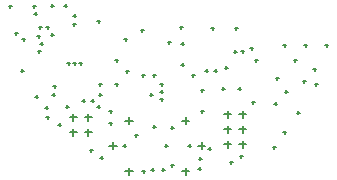
<source format=gbr>
G04 Layer_Color=128*
%FSLAX25Y25*%
%MOIN*%
%TF.FileFunction,Drillmap*%
%TF.Part,Single*%
G01*
G75*
%ADD108C,0.00500*%
D108*
X412826Y257000D02*
X415188D01*
X414007Y255819D02*
Y258181D01*
X417826Y257000D02*
X420188D01*
X419007Y255819D02*
Y258181D01*
X412826Y252000D02*
X415188D01*
X414007Y250819D02*
Y253181D01*
X417826Y252000D02*
X420188D01*
X419007Y250819D02*
Y253181D01*
X412826Y247000D02*
X415188D01*
X414007Y245819D02*
Y248181D01*
X417826Y247000D02*
X420188D01*
X419007Y245819D02*
Y248181D01*
X361326Y251000D02*
X363688D01*
X362507Y249819D02*
Y252181D01*
X361326Y256000D02*
X363688D01*
X362507Y254819D02*
Y257181D01*
X366326Y251000D02*
X368688D01*
X367507Y249819D02*
Y252181D01*
X366326Y256000D02*
X368688D01*
X367507Y254819D02*
Y257181D01*
X404090Y246500D02*
X406452D01*
X405271Y245319D02*
Y247681D01*
X374562Y246500D02*
X376924D01*
X375743Y245319D02*
Y247681D01*
X379858Y238035D02*
X382258D01*
X381058Y236835D02*
Y239235D01*
X398756Y238035D02*
X401156D01*
X399956Y236835D02*
Y239235D01*
X379858Y254965D02*
X382258D01*
X381058Y253765D02*
Y256165D01*
X398756Y254965D02*
X401156D01*
X399956Y253765D02*
Y256165D01*
X345000Y271500D02*
X346000D01*
X345500Y271000D02*
Y272000D01*
X413000Y272500D02*
X414000D01*
X413500Y272000D02*
Y273000D01*
X433000Y264500D02*
X434000D01*
X433500Y264000D02*
Y265000D01*
X430000Y269000D02*
X431000D01*
X430500Y268500D02*
Y269500D01*
X442500Y272000D02*
X443500D01*
X443000Y271500D02*
Y272500D01*
X436000Y275000D02*
X437000D01*
X436500Y274500D02*
Y275500D01*
X429000Y246000D02*
X430000D01*
X429500Y245500D02*
Y246500D01*
X418000Y243000D02*
X419000D01*
X418500Y242500D02*
Y243500D01*
X394000Y281000D02*
X395000D01*
X394500Y280500D02*
Y281500D01*
X391500Y262000D02*
X392500D01*
X392000Y261500D02*
Y262500D01*
X395000Y240000D02*
X396000D01*
X395500Y239500D02*
Y240500D01*
X389023Y252977D02*
X390023D01*
X389523Y252477D02*
Y253477D01*
X388500Y238500D02*
X389500D01*
X389000Y238000D02*
Y239000D01*
X392000Y238500D02*
X393000D01*
X392500Y238000D02*
Y239000D01*
X400834Y246500D02*
X401834D01*
X401334Y246000D02*
Y247000D01*
X379180Y246500D02*
X380180D01*
X379680Y246001D02*
Y247001D01*
X385500Y238000D02*
X386500D01*
X386000Y237500D02*
Y238500D01*
X392960Y246540D02*
X393960D01*
X393460Y246040D02*
Y247040D01*
X394928Y252572D02*
X395928D01*
X395428Y252072D02*
Y253072D01*
X404173Y238827D02*
X405173D01*
X404673Y238327D02*
Y239327D01*
X374500Y258000D02*
X375500D01*
X375000Y257500D02*
Y258500D01*
X353173Y259173D02*
X354173D01*
X353673Y258673D02*
Y259673D01*
X349827Y262827D02*
X350827D01*
X350327Y262327D02*
Y263327D01*
X368500Y261500D02*
X369500D01*
X369000Y261000D02*
Y262000D01*
X371500Y242500D02*
X372500D01*
X372000Y242000D02*
Y243000D01*
X374500Y254000D02*
X375500D01*
X375000Y253500D02*
Y254500D01*
X353500Y256000D02*
X354500D01*
X354000Y255500D02*
Y256500D01*
X371000Y267000D02*
X372000D01*
X371500Y266500D02*
Y267500D01*
X371000Y263500D02*
X372000D01*
X371500Y263000D02*
Y264000D01*
X388000Y263500D02*
X389000D01*
X388500Y263000D02*
Y264000D01*
X404327Y242173D02*
X405327D01*
X404827Y241673D02*
Y242673D01*
X439000Y268000D02*
X440000D01*
X439500Y267500D02*
Y268500D01*
X405000Y258000D02*
X406000D01*
X405500Y257500D02*
Y258500D01*
X391500Y267000D02*
X392500D01*
X392000Y266500D02*
Y267500D01*
X391500Y264500D02*
X392500D01*
X392000Y264000D02*
Y265000D01*
X429500Y260500D02*
X430500D01*
X430000Y260000D02*
Y261000D01*
X422000D02*
X423000D01*
X422500Y260500D02*
Y261500D01*
X385354Y270000D02*
X386354D01*
X385854Y269500D02*
Y270500D01*
X437000Y257500D02*
X438000D01*
X437500Y257000D02*
Y258000D01*
X443000Y267000D02*
X444000D01*
X443500Y266500D02*
Y267500D01*
X365500Y261500D02*
X366500D01*
X366000Y261000D02*
Y262000D01*
X368000Y245000D02*
X369000D01*
X368500Y244500D02*
Y245500D01*
X360000Y259500D02*
X361000D01*
X360500Y259000D02*
Y260000D01*
X357500Y253500D02*
X358500D01*
X358000Y253000D02*
Y254000D01*
X370500Y259500D02*
X371500D01*
X371000Y259000D02*
Y260000D01*
X364500Y274000D02*
X365500D01*
X365000Y273500D02*
Y274500D01*
X380000Y271327D02*
X381000D01*
X380500Y270827D02*
Y271827D01*
X385000Y285000D02*
X386000D01*
X385500Y284500D02*
Y285500D01*
X355000Y293173D02*
X356000D01*
X355500Y292673D02*
Y293673D01*
X379500Y282000D02*
X380500D01*
X380000Y281500D02*
Y282500D01*
X362500Y274000D02*
X363500D01*
X363000Y273500D02*
Y274500D01*
X360500Y274000D02*
X361500D01*
X361000Y273500D02*
Y274500D01*
X389000Y270000D02*
X390000D01*
X389500Y269500D02*
Y270500D01*
X362356Y287144D02*
X363356D01*
X362856Y286644D02*
Y287644D01*
X345500Y282000D02*
X346500D01*
X346000Y281500D02*
Y282500D01*
X343000Y284000D02*
X344000D01*
X343500Y283500D02*
Y284500D01*
X349000Y293000D02*
X350000D01*
X349500Y292500D02*
Y293500D01*
Y290500D02*
X350500D01*
X350000Y290000D02*
Y291000D01*
X341000Y293000D02*
X342000D01*
X341500Y292500D02*
Y293500D01*
X355500Y263500D02*
X356500D01*
X356000Y263000D02*
Y264000D01*
X414673Y241000D02*
X415673D01*
X415173Y240500D02*
Y241500D01*
X407500Y245500D02*
X408500D01*
X408000Y245000D02*
Y246000D01*
X353500Y286000D02*
X354500D01*
X354000Y285500D02*
Y286500D01*
X409500Y271500D02*
X410500D01*
X410000Y271000D02*
Y272000D01*
X423000Y275000D02*
X424000D01*
X423500Y274500D02*
Y275500D01*
X432500Y251000D02*
X433500D01*
X433000Y250500D02*
Y251500D01*
X398000Y286059D02*
X399000D01*
X398500Y285559D02*
Y286559D01*
X408500Y285673D02*
X409500D01*
X409000Y285173D02*
Y286173D01*
X416327Y285673D02*
X417327D01*
X416827Y285173D02*
Y286173D01*
X432500Y280000D02*
X433500D01*
X433000Y279500D02*
Y280500D01*
X446500Y280000D02*
X447500D01*
X447000Y279500D02*
Y280500D01*
X439500Y280000D02*
X440500D01*
X440000Y279500D02*
Y280500D01*
X376500Y267000D02*
X377500D01*
X377000Y266500D02*
Y267500D01*
X351000Y286000D02*
X352000D01*
X351500Y285500D02*
Y286500D01*
X350500Y283000D02*
X351500D01*
X351000Y282500D02*
Y283500D01*
X383000Y250000D02*
X384000D01*
X383500Y249500D02*
Y250500D01*
X402000Y270000D02*
X403000D01*
X402500Y269500D02*
Y270500D01*
X398500Y273500D02*
X399500D01*
X399000Y273000D02*
Y274000D01*
X376500Y275000D02*
X377500D01*
X377000Y274500D02*
Y275500D01*
X398500Y280500D02*
X399500D01*
X399000Y280000D02*
Y281000D01*
X418500Y278000D02*
X419500D01*
X419000Y277500D02*
Y278500D01*
X421500Y279000D02*
X422500D01*
X422000Y278500D02*
Y279500D01*
X405000Y265000D02*
X406000D01*
X405500Y264500D02*
Y265500D01*
X412000D02*
X413000D01*
X412500Y265000D02*
Y266000D01*
X416000Y277956D02*
X417000D01*
X416500Y277456D02*
Y278456D01*
X417500Y265500D02*
X418500D01*
X418000Y265000D02*
Y266000D01*
X406500Y271500D02*
X407500D01*
X407000Y271000D02*
Y272000D01*
X359500Y293173D02*
X360500D01*
X360000Y292673D02*
Y293673D01*
X370500Y288000D02*
X371500D01*
X371000Y287500D02*
Y288500D01*
X362500Y289924D02*
X363500D01*
X363000Y289424D02*
Y290424D01*
X351500Y280500D02*
X352500D01*
X352000Y280000D02*
Y281000D01*
X350699Y278121D02*
X351699D01*
X351199Y277621D02*
Y278621D01*
X355000Y283500D02*
X356000D01*
X355500Y283000D02*
Y284000D01*
X355889Y266447D02*
X356889D01*
X356389Y265947D02*
Y266947D01*
%TF.MD5,84A22F03588708B02DD384020C5922F9*%
M02*

</source>
